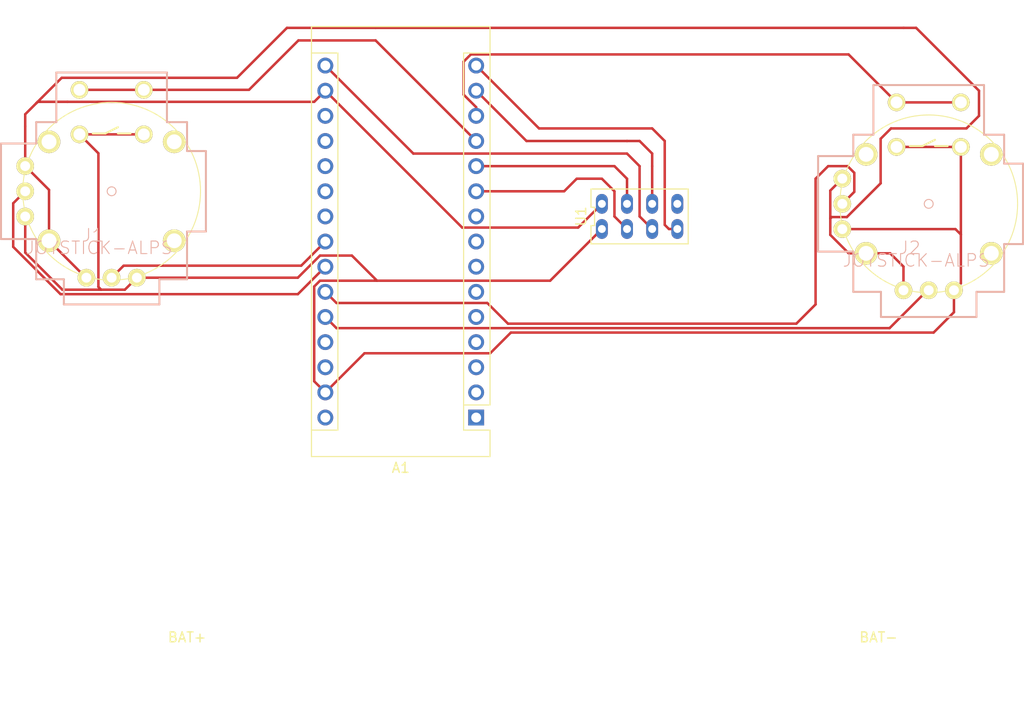
<source format=kicad_pcb>
(kicad_pcb (version 20171130) (host pcbnew 5.1.6-c6e7f7d~87~ubuntu18.04.1)

  (general
    (thickness 1.6)
    (drawings 0)
    (tracks 130)
    (zones 0)
    (modules 6)
    (nets 32)
  )

  (page A4)
  (layers
    (0 F.Cu signal)
    (31 B.Cu signal)
    (32 B.Adhes user)
    (33 F.Adhes user)
    (34 B.Paste user)
    (35 F.Paste user)
    (36 B.SilkS user)
    (37 F.SilkS user)
    (38 B.Mask user)
    (39 F.Mask user)
    (40 Dwgs.User user)
    (41 Cmts.User user)
    (42 Eco1.User user)
    (43 Eco2.User user)
    (44 Edge.Cuts user)
    (45 Margin user)
    (46 B.CrtYd user)
    (47 F.CrtYd user)
    (48 B.Fab user)
    (49 F.Fab user)
  )

  (setup
    (last_trace_width 0.25)
    (trace_clearance 0.2)
    (zone_clearance 0.508)
    (zone_45_only no)
    (trace_min 0.2)
    (via_size 0.8)
    (via_drill 0.4)
    (via_min_size 0.4)
    (via_min_drill 0.3)
    (uvia_size 0.3)
    (uvia_drill 0.1)
    (uvias_allowed no)
    (uvia_min_size 0.2)
    (uvia_min_drill 0.1)
    (edge_width 0.05)
    (segment_width 0.2)
    (pcb_text_width 0.3)
    (pcb_text_size 1.5 1.5)
    (mod_edge_width 0.12)
    (mod_text_size 1 1)
    (mod_text_width 0.15)
    (pad_size 1.778 1.778)
    (pad_drill 1.2)
    (pad_to_mask_clearance 0.05)
    (aux_axis_origin 0 0)
    (visible_elements FFFFFF7F)
    (pcbplotparams
      (layerselection 0x010fc_ffffffff)
      (usegerberextensions false)
      (usegerberattributes true)
      (usegerberadvancedattributes true)
      (creategerberjobfile true)
      (excludeedgelayer true)
      (linewidth 0.100000)
      (plotframeref false)
      (viasonmask false)
      (mode 1)
      (useauxorigin false)
      (hpglpennumber 1)
      (hpglpenspeed 20)
      (hpglpendiameter 15.000000)
      (psnegative false)
      (psa4output false)
      (plotreference true)
      (plotvalue true)
      (plotinvisibletext false)
      (padsonsilk false)
      (subtractmaskfromsilk false)
      (outputformat 1)
      (mirror false)
      (drillshape 1)
      (scaleselection 1)
      (outputdirectory ""))
  )

  (net 0 "")
  (net 1 "Net-(A1-Pad16)")
  (net 2 "Net-(A1-Pad15)")
  (net 3 "Net-(A1-Pad30)")
  (net 4 "Net-(A1-Pad14)")
  (net 5 "Net-(A1-Pad29)")
  (net 6 "Net-(A1-Pad13)")
  (net 7 "Net-(A1-Pad28)")
  (net 8 "Net-(A1-Pad12)")
  (net 9 "Net-(A1-Pad27)")
  (net 10 "Net-(A1-Pad11)")
  (net 11 "Net-(A1-Pad26)")
  (net 12 "Net-(A1-Pad10)")
  (net 13 "Net-(A1-Pad25)")
  (net 14 "Net-(A1-Pad9)")
  (net 15 "Net-(A1-Pad24)")
  (net 16 "Net-(A1-Pad8)")
  (net 17 "Net-(A1-Pad23)")
  (net 18 "Net-(A1-Pad7)")
  (net 19 "Net-(A1-Pad22)")
  (net 20 "Net-(A1-Pad6)")
  (net 21 "Net-(A1-Pad21)")
  (net 22 "Net-(A1-Pad5)")
  (net 23 "Net-(A1-Pad20)")
  (net 24 "Net-(A1-Pad4)")
  (net 25 "Net-(A1-Pad19)")
  (net 26 "Net-(A1-Pad3)")
  (net 27 "Net-(A1-Pad18)")
  (net 28 "Net-(A1-Pad2)")
  (net 29 "Net-(A1-Pad17)")
  (net 30 "Net-(A1-Pad1)")
  (net 31 "Net-(U1-Pad4)")

  (net_class Default "This is the default net class."
    (clearance 0.2)
    (trace_width 0.25)
    (via_dia 0.8)
    (via_drill 0.4)
    (uvia_dia 0.3)
    (uvia_drill 0.1)
    (add_net "Net-(A1-Pad1)")
    (add_net "Net-(A1-Pad10)")
    (add_net "Net-(A1-Pad11)")
    (add_net "Net-(A1-Pad12)")
    (add_net "Net-(A1-Pad13)")
    (add_net "Net-(A1-Pad14)")
    (add_net "Net-(A1-Pad15)")
    (add_net "Net-(A1-Pad16)")
    (add_net "Net-(A1-Pad17)")
    (add_net "Net-(A1-Pad18)")
    (add_net "Net-(A1-Pad19)")
    (add_net "Net-(A1-Pad2)")
    (add_net "Net-(A1-Pad20)")
    (add_net "Net-(A1-Pad21)")
    (add_net "Net-(A1-Pad22)")
    (add_net "Net-(A1-Pad23)")
    (add_net "Net-(A1-Pad24)")
    (add_net "Net-(A1-Pad25)")
    (add_net "Net-(A1-Pad26)")
    (add_net "Net-(A1-Pad27)")
    (add_net "Net-(A1-Pad28)")
    (add_net "Net-(A1-Pad29)")
    (add_net "Net-(A1-Pad3)")
    (add_net "Net-(A1-Pad30)")
    (add_net "Net-(A1-Pad4)")
    (add_net "Net-(A1-Pad5)")
    (add_net "Net-(A1-Pad6)")
    (add_net "Net-(A1-Pad7)")
    (add_net "Net-(A1-Pad8)")
    (add_net "Net-(A1-Pad9)")
    (add_net "Net-(U1-Pad4)")
  )

  (module MountingHole:MountingHole_2.1mm (layer F.Cu) (tedit 5B924765) (tstamp 5F6212AD)
    (at 78.74 157.48)
    (descr "Mounting Hole 2.1mm, no annular")
    (tags "mounting hole 2.1mm no annular")
    (attr virtual)
    (fp_text reference BAT+ (at 0 -3.2) (layer F.SilkS)
      (effects (font (size 1 1) (thickness 0.15)))
    )
    (fp_text value MountingHole_2.1mm (at 0 3.2) (layer F.Fab)
      (effects (font (size 1 1) (thickness 0.15)))
    )
    (fp_text user %R (at 0.3 0) (layer F.Fab)
      (effects (font (size 1 1) (thickness 0.15)))
    )
    (fp_circle (center 0 0) (end 2.1 0) (layer Cmts.User) (width 0.15))
    (fp_circle (center 0 0) (end 2.35 0) (layer F.CrtYd) (width 0.05))
    (pad "" np_thru_hole circle (at 0 0) (size 2.1 2.1) (drill 2.1) (layers *.Cu *.Mask))
  )

  (module MountingHole:MountingHole_2.1mm (layer F.Cu) (tedit 5B924765) (tstamp 5F621297)
    (at 148.59 157.48)
    (descr "Mounting Hole 2.1mm, no annular")
    (tags "mounting hole 2.1mm no annular")
    (attr virtual)
    (fp_text reference BAT- (at 0 -3.2) (layer F.SilkS)
      (effects (font (size 1 1) (thickness 0.15)))
    )
    (fp_text value MountingHole_2.1mm (at 0 3.2) (layer F.Fab)
      (effects (font (size 1 1) (thickness 0.15)))
    )
    (fp_text user %R (at 0.3 0) (layer F.Fab)
      (effects (font (size 1 1) (thickness 0.15)))
    )
    (fp_circle (center 0 0) (end 2.1 0) (layer Cmts.User) (width 0.15))
    (fp_circle (center 0 0) (end 2.35 0) (layer F.CrtYd) (width 0.05))
    (pad "" np_thru_hole circle (at 0 0) (size 2.1 2.1) (drill 2.1) (layers *.Cu *.Mask))
  )

  (module cad-parts:JOYSTICK-ALPS (layer F.Cu) (tedit 5F508F32) (tstamp 5F50F288)
    (at 71.12 109.22)
    (path /5F50A4B2)
    (attr virtual)
    (fp_text reference J1 (at -1.905 4.445) (layer B.SilkS)
      (effects (font (size 1.27 1.27) (thickness 0.1016)))
    )
    (fp_text value JOYSTICK-ALPS (at -1.27 5.715) (layer B.SilkS)
      (effects (font (size 1.27 1.27) (thickness 0.1016)))
    )
    (fp_line (start 5.588 -12) (end -5.588 -12) (layer B.SilkS) (width 0.2032))
    (fp_line (start 4.826 11.43) (end -4.826 11.43) (layer B.SilkS) (width 0.2032))
    (fp_line (start 4.826 11.43) (end 4.826 8.89) (layer B.SilkS) (width 0.2032))
    (fp_line (start -4.826 11.43) (end -4.826 8.89) (layer B.SilkS) (width 0.2032))
    (fp_line (start 4.826 8.89) (end 7.62 8.89) (layer B.SilkS) (width 0.2032))
    (fp_line (start -4.826 8.89) (end -7.62 8.89) (layer B.SilkS) (width 0.2032))
    (fp_line (start 9.525 -4.064) (end 9.525 4.064) (layer B.SilkS) (width 0.2032))
    (fp_line (start 7.62 -4.064) (end 7.62 -6.985) (layer B.SilkS) (width 0.2032))
    (fp_line (start 7.62 4.064) (end 7.62 8.89) (layer B.SilkS) (width 0.2032))
    (fp_line (start 7.62 -4.064) (end 9.525 -4.064) (layer B.SilkS) (width 0.2032))
    (fp_line (start 7.62 4.064) (end 9.525 4.064) (layer B.SilkS) (width 0.2032))
    (fp_line (start 7.62 -6.985) (end 5.588 -6.985) (layer B.SilkS) (width 0.2032))
    (fp_line (start -5.588 -6.985) (end -7.62 -6.985) (layer B.SilkS) (width 0.2032))
    (fp_line (start 5.588 -12) (end 5.588 -6.985) (layer B.SilkS) (width 0.2032))
    (fp_line (start -5.588 -12) (end -5.588 -6.985) (layer B.SilkS) (width 0.2032))
    (fp_line (start -7.62 -4.826) (end -11.176 -4.826) (layer B.SilkS) (width 0.2032))
    (fp_line (start -7.62 4.826) (end -11.176 4.826) (layer B.SilkS) (width 0.2032))
    (fp_line (start -11.176 -4.826) (end -11.176 4.826) (layer B.SilkS) (width 0.2032))
    (fp_line (start -7.62 -4.826) (end -7.62 -6.985) (layer B.SilkS) (width 0.2032))
    (fp_line (start -7.62 4.826) (end -7.62 8.89) (layer B.SilkS) (width 0.2032))
    (fp_line (start -1.905 -5.84) (end -0.635 -5.84) (layer F.SilkS) (width 0.2032))
    (fp_line (start -0.635 -5.84) (end 0.635 -6.475) (layer F.SilkS) (width 0.2032))
    (fp_line (start 0.635 -5.84) (end 1.905 -5.84) (layer F.SilkS) (width 0.2032))
    (fp_circle (center 0 0) (end -0.3175 0.3175) (layer B.SilkS) (width 0.1016))
    (fp_circle (center 0 0) (end -6.35 6.35) (layer F.SilkS) (width 0.1016))
    (pad 4 thru_hole circle (at -8.73 2.55) (size 1.778 1.778) (drill 1) (layers *.Cu F.Paste F.SilkS F.Mask)
      (net 5 "Net-(A1-Pad29)"))
    (pad 1 thru_hole circle (at -8.73 0) (size 1.778 1.778) (drill 1) (layers *.Cu F.Paste F.SilkS F.Mask)
      (net 15 "Net-(A1-Pad24)"))
    (pad 0 thru_hole circle (at -8.732 -2.55) (size 1.778 1.778) (drill 1) (layers *.Cu F.Paste F.SilkS F.Mask)
      (net 29 "Net-(A1-Pad17)"))
    (pad MOUN thru_hole circle (at 6.325 -5) (size 2.286 2.286) (drill 1.5) (layers *.Cu F.Paste F.SilkS F.Mask))
    (pad MOUN thru_hole circle (at 6.325 5) (size 2.286 2.286) (drill 1.5) (layers *.Cu F.Paste F.SilkS F.Mask))
    (pad 0 thru_hole circle (at -6.325 5) (size 2.286 2.286) (drill 1.5) (layers *.Cu F.Paste F.SilkS F.Mask)
      (net 29 "Net-(A1-Pad17)"))
    (pad MOUN thru_hole circle (at -6.325 -5) (size 2.286 2.286) (drill 1.5) (layers *.Cu F.Paste F.SilkS F.Mask))
    (pad 4 thru_hole circle (at 2.55 8.73) (size 1.778 1.778) (drill 1) (layers *.Cu F.Paste F.SilkS F.Mask)
      (net 5 "Net-(A1-Pad29)"))
    (pad 2 thru_hole circle (at 0 8.73) (size 1.778 1.778) (drill 1) (layers *.Cu F.Paste F.SilkS F.Mask)
      (net 17 "Net-(A1-Pad23)"))
    (pad 0 thru_hole circle (at -2.55 8.73) (size 1.778 1.778) (drill 1) (layers *.Cu F.Paste F.SilkS F.Mask)
      (net 29 "Net-(A1-Pad17)"))
    (pad 4 thru_hole circle (at 3.25 -5.75) (size 1.778 1.778) (drill 1.2) (layers *.Cu F.Paste F.SilkS F.Mask)
      (net 5 "Net-(A1-Pad29)"))
    (pad 4 thru_hole circle (at -3.25 -5.75) (size 1.778 1.778) (drill 1.2) (layers *.Cu F.Paste F.SilkS F.Mask)
      (net 5 "Net-(A1-Pad29)"))
    (pad 3 thru_hole circle (at 3.25 -10.25) (size 1.778 1.778) (drill 1.2) (layers *.Cu F.Paste F.SilkS F.Mask)
      (net 8 "Net-(A1-Pad12)"))
    (pad 3 thru_hole circle (at -3.25 -10.25) (size 1.778 1.778) (drill 1.2) (layers *.Cu F.Paste F.SilkS F.Mask)
      (net 8 "Net-(A1-Pad12)"))
  )

  (module Module:Arduino_Nano (layer F.Cu) (tedit 58ACAF70) (tstamp 5F50ECE2)
    (at 107.95 132.08 180)
    (descr "Arduino Nano, http://www.mouser.com/pdfdocs/Gravitech_Arduino_Nano3_0.pdf")
    (tags "Arduino Nano")
    (path /5F50914A)
    (fp_text reference A1 (at 7.62 -5.08) (layer F.SilkS)
      (effects (font (size 1 1) (thickness 0.15)))
    )
    (fp_text value Arduino_Nano_v2.x (at 8.89 19.05 90) (layer F.Fab)
      (effects (font (size 1 1) (thickness 0.15)))
    )
    (fp_line (start 16.75 42.16) (end -1.53 42.16) (layer F.CrtYd) (width 0.05))
    (fp_line (start 16.75 42.16) (end 16.75 -4.06) (layer F.CrtYd) (width 0.05))
    (fp_line (start -1.53 -4.06) (end -1.53 42.16) (layer F.CrtYd) (width 0.05))
    (fp_line (start -1.53 -4.06) (end 16.75 -4.06) (layer F.CrtYd) (width 0.05))
    (fp_line (start 16.51 -3.81) (end 16.51 39.37) (layer F.Fab) (width 0.1))
    (fp_line (start 0 -3.81) (end 16.51 -3.81) (layer F.Fab) (width 0.1))
    (fp_line (start -1.27 -2.54) (end 0 -3.81) (layer F.Fab) (width 0.1))
    (fp_line (start -1.27 39.37) (end -1.27 -2.54) (layer F.Fab) (width 0.1))
    (fp_line (start 16.51 39.37) (end -1.27 39.37) (layer F.Fab) (width 0.1))
    (fp_line (start 16.64 -3.94) (end -1.4 -3.94) (layer F.SilkS) (width 0.12))
    (fp_line (start 16.64 39.5) (end 16.64 -3.94) (layer F.SilkS) (width 0.12))
    (fp_line (start -1.4 39.5) (end 16.64 39.5) (layer F.SilkS) (width 0.12))
    (fp_line (start 3.81 41.91) (end 3.81 31.75) (layer F.Fab) (width 0.1))
    (fp_line (start 11.43 41.91) (end 3.81 41.91) (layer F.Fab) (width 0.1))
    (fp_line (start 11.43 31.75) (end 11.43 41.91) (layer F.Fab) (width 0.1))
    (fp_line (start 3.81 31.75) (end 11.43 31.75) (layer F.Fab) (width 0.1))
    (fp_line (start 1.27 36.83) (end -1.4 36.83) (layer F.SilkS) (width 0.12))
    (fp_line (start 1.27 1.27) (end 1.27 36.83) (layer F.SilkS) (width 0.12))
    (fp_line (start 1.27 1.27) (end -1.4 1.27) (layer F.SilkS) (width 0.12))
    (fp_line (start 13.97 36.83) (end 16.64 36.83) (layer F.SilkS) (width 0.12))
    (fp_line (start 13.97 -1.27) (end 13.97 36.83) (layer F.SilkS) (width 0.12))
    (fp_line (start 13.97 -1.27) (end 16.64 -1.27) (layer F.SilkS) (width 0.12))
    (fp_line (start -1.4 -3.94) (end -1.4 -1.27) (layer F.SilkS) (width 0.12))
    (fp_line (start -1.4 1.27) (end -1.4 39.5) (layer F.SilkS) (width 0.12))
    (fp_line (start 1.27 -1.27) (end -1.4 -1.27) (layer F.SilkS) (width 0.12))
    (fp_line (start 1.27 1.27) (end 1.27 -1.27) (layer F.SilkS) (width 0.12))
    (fp_text user %R (at 6.35 19.05 90) (layer F.Fab)
      (effects (font (size 1 1) (thickness 0.15)))
    )
    (pad 16 thru_hole oval (at 15.24 35.56 180) (size 1.6 1.6) (drill 1) (layers *.Cu *.Mask)
      (net 1 "Net-(A1-Pad16)"))
    (pad 15 thru_hole oval (at 0 35.56 180) (size 1.6 1.6) (drill 1) (layers *.Cu *.Mask)
      (net 2 "Net-(A1-Pad15)"))
    (pad 30 thru_hole oval (at 15.24 0 180) (size 1.6 1.6) (drill 1) (layers *.Cu *.Mask)
      (net 3 "Net-(A1-Pad30)"))
    (pad 14 thru_hole oval (at 0 33.02 180) (size 1.6 1.6) (drill 1) (layers *.Cu *.Mask)
      (net 4 "Net-(A1-Pad14)"))
    (pad 29 thru_hole oval (at 15.24 2.54 180) (size 1.6 1.6) (drill 1) (layers *.Cu *.Mask)
      (net 5 "Net-(A1-Pad29)"))
    (pad 13 thru_hole oval (at 0 30.48 180) (size 1.6 1.6) (drill 1) (layers *.Cu *.Mask)
      (net 6 "Net-(A1-Pad13)"))
    (pad 28 thru_hole oval (at 15.24 5.08 180) (size 1.6 1.6) (drill 1) (layers *.Cu *.Mask)
      (net 7 "Net-(A1-Pad28)"))
    (pad 12 thru_hole oval (at 0 27.94 180) (size 1.6 1.6) (drill 1) (layers *.Cu *.Mask)
      (net 8 "Net-(A1-Pad12)"))
    (pad 27 thru_hole oval (at 15.24 7.62 180) (size 1.6 1.6) (drill 1) (layers *.Cu *.Mask)
      (net 9 "Net-(A1-Pad27)"))
    (pad 11 thru_hole oval (at 0 25.4 180) (size 1.6 1.6) (drill 1) (layers *.Cu *.Mask)
      (net 10 "Net-(A1-Pad11)"))
    (pad 26 thru_hole oval (at 15.24 10.16 180) (size 1.6 1.6) (drill 1) (layers *.Cu *.Mask)
      (net 11 "Net-(A1-Pad26)"))
    (pad 10 thru_hole oval (at 0 22.86 180) (size 1.6 1.6) (drill 1) (layers *.Cu *.Mask)
      (net 12 "Net-(A1-Pad10)"))
    (pad 25 thru_hole oval (at 15.24 12.7 180) (size 1.6 1.6) (drill 1) (layers *.Cu *.Mask)
      (net 13 "Net-(A1-Pad25)"))
    (pad 9 thru_hole oval (at 0 20.32 180) (size 1.6 1.6) (drill 1) (layers *.Cu *.Mask)
      (net 14 "Net-(A1-Pad9)"))
    (pad 24 thru_hole oval (at 15.24 15.24 180) (size 1.6 1.6) (drill 1) (layers *.Cu *.Mask)
      (net 15 "Net-(A1-Pad24)"))
    (pad 8 thru_hole oval (at 0 17.78 180) (size 1.6 1.6) (drill 1) (layers *.Cu *.Mask)
      (net 16 "Net-(A1-Pad8)"))
    (pad 23 thru_hole oval (at 15.24 17.78 180) (size 1.6 1.6) (drill 1) (layers *.Cu *.Mask)
      (net 17 "Net-(A1-Pad23)"))
    (pad 7 thru_hole oval (at 0 15.24 180) (size 1.6 1.6) (drill 1) (layers *.Cu *.Mask)
      (net 18 "Net-(A1-Pad7)"))
    (pad 22 thru_hole oval (at 15.24 20.32 180) (size 1.6 1.6) (drill 1) (layers *.Cu *.Mask)
      (net 19 "Net-(A1-Pad22)"))
    (pad 6 thru_hole oval (at 0 12.7 180) (size 1.6 1.6) (drill 1) (layers *.Cu *.Mask)
      (net 20 "Net-(A1-Pad6)"))
    (pad 21 thru_hole oval (at 15.24 22.86 180) (size 1.6 1.6) (drill 1) (layers *.Cu *.Mask)
      (net 21 "Net-(A1-Pad21)"))
    (pad 5 thru_hole oval (at 0 10.16 180) (size 1.6 1.6) (drill 1) (layers *.Cu *.Mask)
      (net 22 "Net-(A1-Pad5)"))
    (pad 20 thru_hole oval (at 15.24 25.4 180) (size 1.6 1.6) (drill 1) (layers *.Cu *.Mask)
      (net 23 "Net-(A1-Pad20)"))
    (pad 4 thru_hole oval (at 0 7.62 180) (size 1.6 1.6) (drill 1) (layers *.Cu *.Mask)
      (net 24 "Net-(A1-Pad4)"))
    (pad 19 thru_hole oval (at 15.24 27.94 180) (size 1.6 1.6) (drill 1) (layers *.Cu *.Mask)
      (net 25 "Net-(A1-Pad19)"))
    (pad 3 thru_hole oval (at 0 5.08 180) (size 1.6 1.6) (drill 1) (layers *.Cu *.Mask)
      (net 26 "Net-(A1-Pad3)"))
    (pad 18 thru_hole oval (at 15.24 30.48 180) (size 1.6 1.6) (drill 1) (layers *.Cu *.Mask)
      (net 27 "Net-(A1-Pad18)"))
    (pad 2 thru_hole oval (at 0 2.54 180) (size 1.6 1.6) (drill 1) (layers *.Cu *.Mask)
      (net 28 "Net-(A1-Pad2)"))
    (pad 17 thru_hole oval (at 15.24 33.02 180) (size 1.6 1.6) (drill 1) (layers *.Cu *.Mask)
      (net 29 "Net-(A1-Pad17)"))
    (pad 1 thru_hole rect (at 0 0 180) (size 1.6 1.6) (drill 1) (layers *.Cu *.Mask)
      (net 30 "Net-(A1-Pad1)"))
    (model ${KISYS3DMOD}/Module.3dshapes/Arduino_Nano_WithMountingHoles.wrl
      (at (xyz 0 0 0))
      (scale (xyz 1 1 1))
      (rotate (xyz 0 0 0))
    )
  )

  (module cad-parts:JOYSTICK-ALPS (layer F.Cu) (tedit 5F51AB0B) (tstamp 5F51ACDE)
    (at 153.67 110.49)
    (path /5F510B0B)
    (attr virtual)
    (fp_text reference J2 (at -1.905 4.445) (layer B.SilkS)
      (effects (font (size 1.27 1.27) (thickness 0.1016)))
    )
    (fp_text value JOYSTICK-ALPS (at -1.27 5.715) (layer B.SilkS)
      (effects (font (size 1.27 1.27) (thickness 0.1016)))
    )
    (fp_line (start 5.588 -12) (end -5.588 -12) (layer B.SilkS) (width 0.2032))
    (fp_line (start 4.826 11.43) (end -4.826 11.43) (layer B.SilkS) (width 0.2032))
    (fp_line (start 4.826 11.43) (end 4.826 8.89) (layer B.SilkS) (width 0.2032))
    (fp_line (start -4.826 11.43) (end -4.826 8.89) (layer B.SilkS) (width 0.2032))
    (fp_line (start 4.826 8.89) (end 7.62 8.89) (layer B.SilkS) (width 0.2032))
    (fp_line (start -4.826 8.89) (end -7.62 8.89) (layer B.SilkS) (width 0.2032))
    (fp_line (start 9.525 -4.064) (end 9.525 4.064) (layer B.SilkS) (width 0.2032))
    (fp_line (start 7.62 -4.064) (end 7.62 -6.985) (layer B.SilkS) (width 0.2032))
    (fp_line (start 7.62 4.064) (end 7.62 8.89) (layer B.SilkS) (width 0.2032))
    (fp_line (start 7.62 -4.064) (end 9.525 -4.064) (layer B.SilkS) (width 0.2032))
    (fp_line (start 7.62 4.064) (end 9.525 4.064) (layer B.SilkS) (width 0.2032))
    (fp_line (start 7.62 -6.985) (end 5.588 -6.985) (layer B.SilkS) (width 0.2032))
    (fp_line (start -5.588 -6.985) (end -7.62 -6.985) (layer B.SilkS) (width 0.2032))
    (fp_line (start 5.588 -12) (end 5.588 -6.985) (layer B.SilkS) (width 0.2032))
    (fp_line (start -5.588 -12) (end -5.588 -6.985) (layer B.SilkS) (width 0.2032))
    (fp_line (start -7.62 -4.826) (end -11.176 -4.826) (layer B.SilkS) (width 0.2032))
    (fp_line (start -7.62 4.826) (end -11.176 4.826) (layer B.SilkS) (width 0.2032))
    (fp_line (start -11.176 -4.826) (end -11.176 4.826) (layer B.SilkS) (width 0.2032))
    (fp_line (start -7.62 -4.826) (end -7.62 -6.985) (layer B.SilkS) (width 0.2032))
    (fp_line (start -7.62 4.826) (end -7.62 8.89) (layer B.SilkS) (width 0.2032))
    (fp_line (start -1.905 -5.84) (end -0.635 -5.84) (layer F.SilkS) (width 0.2032))
    (fp_line (start -0.635 -5.84) (end 0.635 -6.475) (layer F.SilkS) (width 0.2032))
    (fp_line (start 0.635 -5.84) (end 1.905 -5.84) (layer F.SilkS) (width 0.2032))
    (fp_circle (center 0 0) (end -0.3175 0.3175) (layer B.SilkS) (width 0.1016))
    (fp_circle (center 0 0) (end -6.35 6.35) (layer F.SilkS) (width 0.1016))
    (pad 4 thru_hole circle (at -8.73 2.55) (size 1.778 1.778) (drill 1) (layers *.Cu F.Paste F.SilkS F.Mask)
      (net 5 "Net-(A1-Pad29)"))
    (pad 1 thru_hole circle (at -8.73 0) (size 1.778 1.778) (drill 1) (layers *.Cu F.Paste F.SilkS F.Mask)
      (net 13 "Net-(A1-Pad25)"))
    (pad 0 thru_hole circle (at -8.732 -2.55) (size 1.778 1.778) (drill 1) (layers *.Cu F.Paste F.SilkS F.Mask)
      (net 29 "Net-(A1-Pad17)"))
    (pad MOUN thru_hole circle (at 6.325 -5) (size 2.286 2.286) (drill 1.5) (layers *.Cu F.Paste F.SilkS F.Mask))
    (pad MOUN thru_hole circle (at 6.325 5) (size 2.286 2.286) (drill 1.5) (layers *.Cu F.Paste F.SilkS F.Mask))
    (pad 0 thru_hole circle (at -6.325 5) (size 2.286 2.286) (drill 1.5) (layers *.Cu F.Paste F.SilkS F.Mask)
      (net 29 "Net-(A1-Pad17)"))
    (pad MOUN thru_hole circle (at -6.325 -5) (size 2.286 2.286) (drill 1.5) (layers *.Cu F.Paste F.SilkS F.Mask))
    (pad 4 thru_hole circle (at 2.55 8.73) (size 1.778 1.778) (drill 1) (layers *.Cu F.Paste F.SilkS F.Mask)
      (net 5 "Net-(A1-Pad29)"))
    (pad 2 thru_hole circle (at 0 8.73) (size 1.778 1.778) (drill 1) (layers *.Cu F.Paste F.SilkS F.Mask)
      (net 11 "Net-(A1-Pad26)"))
    (pad 0 thru_hole circle (at -2.55 8.73) (size 1.778 1.778) (drill 1) (layers *.Cu F.Paste F.SilkS F.Mask)
      (net 29 "Net-(A1-Pad17)"))
    (pad 4 thru_hole circle (at 3.25 -5.75) (size 1.778 1.778) (drill 1.2) (layers *.Cu F.Paste F.SilkS F.Mask)
      (net 5 "Net-(A1-Pad29)"))
    (pad 4 thru_hole circle (at -3.25 -5.75) (size 1.778 1.778) (drill 1.2) (layers *.Cu F.Paste F.SilkS F.Mask)
      (net 5 "Net-(A1-Pad29)"))
    (pad 3 thru_hole circle (at 3.25 -10.25) (size 1.778 1.778) (drill 1.2) (layers *.Cu F.Paste F.SilkS F.Mask)
      (net 6 "Net-(A1-Pad13)"))
    (pad 3 thru_hole circle (at -3.25 -10.25) (size 1.778 1.778) (drill 1.2) (layers *.Cu F.Paste F.SilkS F.Mask)
      (net 6 "Net-(A1-Pad13)"))
  )

  (module cad-parts:nRF24 (layer F.Cu) (tedit 5F508F62) (tstamp 5F50F07A)
    (at 124.46 111.76)
    (path /5F508671)
    (fp_text reference U1 (at -5.91 0 90) (layer F.SilkS)
      (effects (font (size 1 1) (thickness 0.15)))
    )
    (fp_text value nRF24 (at 0 -3.81) (layer F.Fab)
      (effects (font (size 1 1) (thickness 0.15)))
    )
    (fp_line (start -4.66 2.52) (end -4.66 -2.52) (layer F.CrtYd) (width 0.05))
    (fp_line (start 4.66 2.52) (end -4.66 2.52) (layer F.CrtYd) (width 0.05))
    (fp_line (start 4.66 -2.52) (end 4.66 2.52) (layer F.CrtYd) (width 0.05))
    (fp_line (start -4.66 -2.52) (end 4.66 -2.52) (layer F.CrtYd) (width 0.05))
    (fp_line (start -4.91 0.923333) (end -4.91 2.769999) (layer F.SilkS) (width 0.12))
    (fp_line (start -4.55 0.923333) (end -4.91 0.923333) (layer F.SilkS) (width 0.12))
    (fp_line (start -4.55 -0.923333) (end -4.55 0.923333) (layer F.SilkS) (width 0.12))
    (fp_line (start -4.91 -0.923333) (end -4.55 -0.923333) (layer F.SilkS) (width 0.12))
    (fp_line (start -4.91 -2.77) (end -4.91 -0.923333) (layer F.SilkS) (width 0.12))
    (fp_line (start 4.91 -2.769999) (end -4.91 -2.77) (layer F.SilkS) (width 0.12))
    (fp_line (start 4.91 2.77) (end 4.91 -2.769999) (layer F.SilkS) (width 0.12))
    (fp_line (start -4.91 2.769999) (end 4.91 2.77) (layer F.SilkS) (width 0.12))
    (pad 3 thru_hole oval (at 3.81 1.27) (size 1.2 2) (drill 0.8) (layers *.Cu *.Mask)
      (net 2 "Net-(A1-Pad15)"))
    (pad 4 thru_hole oval (at 3.81 -1.27) (size 1.2 2) (drill 0.8) (layers *.Cu *.Mask)
      (net 31 "Net-(U1-Pad4)"))
    (pad 2 thru_hole oval (at 1.27 1.27) (size 1.2 2) (drill 0.8) (layers *.Cu *.Mask)
      (net 1 "Net-(A1-Pad16)"))
    (pad 5 thru_hole oval (at 1.27 -1.27) (size 1.2 2) (drill 0.8) (layers *.Cu *.Mask)
      (net 4 "Net-(A1-Pad14)"))
    (pad 1 thru_hole oval (at -1.27 1.27) (size 1.2 2) (drill 0.8) (layers *.Cu *.Mask)
      (net 12 "Net-(A1-Pad10)"))
    (pad 6 thru_hole oval (at -1.27 -1.27) (size 1.2 2) (drill 0.8) (layers *.Cu *.Mask)
      (net 10 "Net-(A1-Pad11)"))
    (pad 0 thru_hole oval (at -3.81 1.27) (size 1.2 2) (drill 0.8) (layers *.Cu *.Mask)
      (net 5 "Net-(A1-Pad29)"))
    (pad 7 thru_hole oval (at -3.81 -1.27) (size 1.2 2) (drill 0.8) (layers *.Cu *.Mask)
      (net 29 "Net-(A1-Pad17)"))
  )

  (segment (start 125.73 113.03) (end 124.46 111.76) (width 0.25) (layer F.Cu) (net 1))
  (segment (start 124.46 111.76) (end 124.46 106.68) (width 0.25) (layer F.Cu) (net 1))
  (segment (start 92.71 96.52) (end 101.6 105.41) (width 0.25) (layer F.Cu) (net 1))
  (segment (start 101.6 105.41) (end 123.19 105.41) (width 0.25) (layer F.Cu) (net 1))
  (segment (start 123.19 105.41) (end 124.46 106.68) (width 0.25) (layer F.Cu) (net 1))
  (segment (start 127.42 113.03) (end 127 112.61) (width 0.25) (layer F.Cu) (net 2))
  (segment (start 128.27 113.03) (end 127.42 113.03) (width 0.25) (layer F.Cu) (net 2))
  (segment (start 107.95 96.52) (end 114.3 102.87) (width 0.25) (layer F.Cu) (net 2))
  (segment (start 114.3 102.87) (end 125.73 102.87) (width 0.25) (layer F.Cu) (net 2))
  (segment (start 125.73 102.87) (end 127 104.14) (width 0.25) (layer F.Cu) (net 2))
  (segment (start 127 104.14) (end 127 112.61) (width 0.25) (layer F.Cu) (net 2))
  (segment (start 125.73 106.68) (end 125.73 110.49) (width 0.25) (layer F.Cu) (net 4))
  (segment (start 107.95 99.06) (end 113.03 104.14) (width 0.25) (layer F.Cu) (net 4))
  (segment (start 113.03 104.14) (end 123.19 104.14) (width 0.25) (layer F.Cu) (net 4))
  (segment (start 123.19 104.14) (end 124.46 104.14) (width 0.25) (layer F.Cu) (net 4))
  (segment (start 124.46 104.14) (end 125.73 105.41) (width 0.25) (layer F.Cu) (net 4))
  (segment (start 125.73 105.41) (end 125.73 106.68) (width 0.25) (layer F.Cu) (net 4))
  (segment (start 156.92 104.74) (end 150.42 104.74) (width 0.25) (layer F.Cu) (net 5))
  (segment (start 72.455999 119.164001) (end 73.67 117.95) (width 0.25) (layer F.Cu) (net 5))
  (segment (start 91.584999 128.414999) (end 92.71 129.54) (width 0.25) (layer F.Cu) (net 5))
  (segment (start 91.584999 118.839999) (end 91.584999 128.414999) (width 0.25) (layer F.Cu) (net 5))
  (segment (start 92.169999 118.254999) (end 91.584999 118.839999) (width 0.25) (layer F.Cu) (net 5))
  (segment (start 120.65 113.03) (end 115.425001 118.254999) (width 0.25) (layer F.Cu) (net 5))
  (segment (start 97.934999 118.254999) (end 92.169999 118.254999) (width 0.25) (layer F.Cu) (net 5))
  (segment (start 115.425001 118.254999) (end 97.934999 118.254999) (width 0.25) (layer F.Cu) (net 5))
  (segment (start 89.934998 117.95) (end 73.67 117.95) (width 0.25) (layer F.Cu) (net 5))
  (segment (start 92.169999 115.714999) (end 89.934998 117.95) (width 0.25) (layer F.Cu) (net 5))
  (segment (start 95.394999 115.714999) (end 92.169999 115.714999) (width 0.25) (layer F.Cu) (net 5))
  (segment (start 97.934999 118.254999) (end 95.394999 115.714999) (width 0.25) (layer F.Cu) (net 5))
  (segment (start 69.784001 118.882003) (end 70.065999 119.164001) (width 0.25) (layer F.Cu) (net 5))
  (segment (start 70.065999 119.164001) (end 72.455999 119.164001) (width 0.25) (layer F.Cu) (net 5))
  (segment (start 92.71 129.54) (end 96.664999 125.585001) (width 0.25) (layer F.Cu) (net 5))
  (segment (start 111.454989 123.495011) (end 154.162631 123.495011) (width 0.25) (layer F.Cu) (net 5))
  (segment (start 96.664999 125.585001) (end 109.364999 125.585001) (width 0.25) (layer F.Cu) (net 5))
  (segment (start 109.364999 125.585001) (end 111.454989 123.495011) (width 0.25) (layer F.Cu) (net 5))
  (segment (start 74.37 103.47) (end 67.87 103.47) (width 0.25) (layer F.Cu) (net 5))
  (segment (start 67.87 103.47) (end 69.784001 105.384001) (width 0.25) (layer F.Cu) (net 5))
  (segment (start 69.784001 105.384001) (end 69.784001 118.882003) (width 0.25) (layer F.Cu) (net 5))
  (segment (start 156.92 118.52) (end 156.22 119.22) (width 0.25) (layer F.Cu) (net 5))
  (segment (start 156.37 113.04) (end 156.92 113.59) (width 0.25) (layer F.Cu) (net 5))
  (segment (start 144.94 113.04) (end 156.37 113.04) (width 0.25) (layer F.Cu) (net 5))
  (segment (start 156.92 104.74) (end 156.92 113.59) (width 0.25) (layer F.Cu) (net 5))
  (segment (start 156.92 113.59) (end 156.92 118.52) (width 0.25) (layer F.Cu) (net 5))
  (segment (start 156.22 121.437642) (end 154.162631 123.495011) (width 0.25) (layer F.Cu) (net 5))
  (segment (start 156.22 119.22) (end 156.22 121.437642) (width 0.25) (layer F.Cu) (net 5))
  (segment (start 62.39 111.77) (end 62.39 115.41) (width 0.25) (layer F.Cu) (net 5))
  (segment (start 66.144001 119.164001) (end 70.065999 119.164001) (width 0.25) (layer F.Cu) (net 5))
  (segment (start 62.39 115.41) (end 66.144001 119.164001) (width 0.25) (layer F.Cu) (net 5))
  (segment (start 156.92 100.24) (end 150.42 100.24) (width 0.25) (layer F.Cu) (net 6))
  (segment (start 107.409999 95.394999) (end 106.68 96.124998) (width 0.25) (layer F.Cu) (net 6))
  (segment (start 145.574999 95.394999) (end 107.409999 95.394999) (width 0.25) (layer F.Cu) (net 6))
  (segment (start 150.42 100.24) (end 145.574999 95.394999) (width 0.25) (layer F.Cu) (net 6))
  (segment (start 106.68 99.455002) (end 107.95 100.725002) (width 0.25) (layer F.Cu) (net 6))
  (segment (start 107.95 100.725002) (end 107.95 101.6) (width 0.25) (layer F.Cu) (net 6))
  (segment (start 106.68 96.124998) (end 106.68 99.455002) (width 0.25) (layer F.Cu) (net 6))
  (segment (start 67.87 98.97) (end 74.37 98.97) (width 0.25) (layer F.Cu) (net 8))
  (segment (start 97.79 93.98) (end 107.95 104.14) (width 0.25) (layer F.Cu) (net 8))
  (segment (start 74.37 98.97) (end 85 98.97) (width 0.25) (layer F.Cu) (net 8))
  (segment (start 89.99 93.98) (end 97.79 93.98) (width 0.25) (layer F.Cu) (net 8))
  (segment (start 85 98.97) (end 89.99 93.98) (width 0.25) (layer F.Cu) (net 8))
  (segment (start 107.95 106.68) (end 121.92 106.68) (width 0.25) (layer F.Cu) (net 10))
  (segment (start 121.92 106.68) (end 123.19 107.95) (width 0.25) (layer F.Cu) (net 10))
  (segment (start 123.19 110.49) (end 123.19 107.95) (width 0.25) (layer F.Cu) (net 10))
  (segment (start 93.835001 123.045001) (end 149.715001 123.045001) (width 0.25) (layer F.Cu) (net 11))
  (segment (start 92.71 121.92) (end 93.835001 123.045001) (width 0.25) (layer F.Cu) (net 11))
  (segment (start 153.540002 119.22) (end 153.67 119.22) (width 0.25) (layer F.Cu) (net 11))
  (segment (start 149.715001 123.045001) (end 153.540002 119.22) (width 0.25) (layer F.Cu) (net 11))
  (segment (start 120.65 107.95) (end 118.11 107.95) (width 0.25) (layer F.Cu) (net 12))
  (segment (start 116.84 109.22) (end 107.95 109.22) (width 0.25) (layer F.Cu) (net 12))
  (segment (start 121.92 109.22) (end 120.65 107.95) (width 0.25) (layer F.Cu) (net 12))
  (segment (start 118.11 107.95) (end 116.84 109.22) (width 0.25) (layer F.Cu) (net 12))
  (segment (start 123.19 113.03) (end 121.92 111.76) (width 0.25) (layer F.Cu) (net 12))
  (segment (start 121.92 111.76) (end 121.92 109.22) (width 0.25) (layer F.Cu) (net 12))
  (segment (start 146.152001 107.357279) (end 145.474722 106.68) (width 0.25) (layer F.Cu) (net 13))
  (segment (start 146.152001 109.277999) (end 146.152001 107.357279) (width 0.25) (layer F.Cu) (net 13))
  (segment (start 144.94 110.49) (end 146.152001 109.277999) (width 0.25) (layer F.Cu) (net 13))
  (segment (start 142.24 120.65) (end 142.24 107.95) (width 0.25) (layer F.Cu) (net 13))
  (segment (start 142.24 107.95) (end 143.51 106.68) (width 0.25) (layer F.Cu) (net 13))
  (segment (start 140.295009 122.594991) (end 142.24 120.65) (width 0.25) (layer F.Cu) (net 13))
  (segment (start 145.474722 106.68) (end 143.51 106.68) (width 0.25) (layer F.Cu) (net 13))
  (segment (start 92.71 119.38) (end 93.835001 120.505001) (width 0.25) (layer F.Cu) (net 13))
  (segment (start 93.835001 120.505001) (end 109.075001 120.505001) (width 0.25) (layer F.Cu) (net 13))
  (segment (start 109.075001 120.505001) (end 111.164991 122.594991) (width 0.25) (layer F.Cu) (net 13))
  (segment (start 111.164991 122.594991) (end 140.295009 122.594991) (width 0.25) (layer F.Cu) (net 13))
  (segment (start 89.935989 119.614011) (end 92.71 116.84) (width 0.25) (layer F.Cu) (net 15))
  (segment (start 65.957601 119.614011) (end 89.935989 119.614011) (width 0.25) (layer F.Cu) (net 15))
  (segment (start 61.175999 110.434001) (end 61.175999 114.832409) (width 0.25) (layer F.Cu) (net 15))
  (segment (start 61.175999 114.832409) (end 65.957601 119.614011) (width 0.25) (layer F.Cu) (net 15))
  (segment (start 62.39 109.22) (end 61.175999 110.434001) (width 0.25) (layer F.Cu) (net 15))
  (segment (start 72.334001 116.735999) (end 71.12 117.95) (width 0.25) (layer F.Cu) (net 17))
  (segment (start 90.274001 116.735999) (end 72.334001 116.735999) (width 0.25) (layer F.Cu) (net 17))
  (segment (start 92.71 114.3) (end 90.274001 116.735999) (width 0.25) (layer F.Cu) (net 17))
  (segment (start 151.12 119.22) (end 151.12 116.83) (width 0.25) (layer F.Cu) (net 29))
  (segment (start 149.78 115.49) (end 147.345 115.49) (width 0.25) (layer F.Cu) (net 29))
  (segment (start 151.12 116.83) (end 149.78 115.49) (width 0.25) (layer F.Cu) (net 29))
  (segment (start 143.725999 109.152001) (end 144.938 107.94) (width 0.25) (layer F.Cu) (net 29))
  (segment (start 145.593278 115.49) (end 143.725999 113.622721) (width 0.25) (layer F.Cu) (net 29))
  (segment (start 147.345 115.49) (end 145.593278 115.49) (width 0.25) (layer F.Cu) (net 29))
  (segment (start 68.525 117.95) (end 68.57 117.95) (width 0.25) (layer F.Cu) (net 29))
  (segment (start 64.795 114.22) (end 68.525 117.95) (width 0.25) (layer F.Cu) (net 29))
  (segment (start 106.535001 112.885001) (end 92.71 99.06) (width 0.25) (layer F.Cu) (net 29))
  (segment (start 118.254999 112.885001) (end 106.535001 112.885001) (width 0.25) (layer F.Cu) (net 29))
  (segment (start 120.65 110.49) (end 118.254999 112.885001) (width 0.25) (layer F.Cu) (net 29))
  (segment (start 91.585999 100.184001) (end 92.71 99.06) (width 0.25) (layer F.Cu) (net 29))
  (segment (start 66.658357 100.184001) (end 91.585999 100.184001) (width 0.25) (layer F.Cu) (net 29))
  (segment (start 143.725999 113.622721) (end 143.725999 111.975999) (width 0.25) (layer F.Cu) (net 29))
  (segment (start 143.725999 111.975999) (end 143.725999 109.152001) (width 0.25) (layer F.Cu) (net 29))
  (segment (start 66.655999 100.181643) (end 66.658357 100.184001) (width 0.25) (layer F.Cu) (net 29))
  (segment (start 64.795 109.077) (end 62.388 106.67) (width 0.25) (layer F.Cu) (net 29))
  (segment (start 64.795 114.22) (end 64.795 109.077) (width 0.25) (layer F.Cu) (net 29))
  (segment (start 62.388 106.67) (end 62.388 102.655278) (width 0.25) (layer F.Cu) (net 29))
  (segment (start 62.388 102.655278) (end 62.388 101.442) (width 0.25) (layer F.Cu) (net 29))
  (segment (start 66.074001 97.755999) (end 83.785999 97.755999) (width 0.25) (layer F.Cu) (net 29))
  (segment (start 83.785999 97.755999) (end 88.831998 92.71) (width 0.25) (layer F.Cu) (net 29))
  (segment (start 88.831998 92.71) (end 97.79 92.71) (width 0.25) (layer F.Cu) (net 29))
  (segment (start 63.648357 100.181643) (end 63.5 100.33) (width 0.25) (layer F.Cu) (net 29))
  (segment (start 66.655999 100.181643) (end 63.648357 100.181643) (width 0.25) (layer F.Cu) (net 29))
  (segment (start 62.388 101.442) (end 63.5 100.33) (width 0.25) (layer F.Cu) (net 29))
  (segment (start 63.5 100.33) (end 66.074001 97.755999) (width 0.25) (layer F.Cu) (net 29))
  (segment (start 97.79 92.71) (end 151.13 92.71) (width 0.25) (layer F.Cu) (net 29))
  (segment (start 158.75 99.06) (end 152.4 92.71) (width 0.25) (layer F.Cu) (net 29))
  (segment (start 158.75 101.6) (end 158.75 99.06) (width 0.25) (layer F.Cu) (net 29))
  (segment (start 143.875999 111.825999) (end 145.400723 111.825999) (width 0.25) (layer F.Cu) (net 29))
  (segment (start 152.4 92.71) (end 151.13 92.71) (width 0.25) (layer F.Cu) (net 29))
  (segment (start 157.48 102.87) (end 158.75 101.6) (width 0.25) (layer F.Cu) (net 29))
  (segment (start 143.725999 111.975999) (end 143.875999 111.825999) (width 0.25) (layer F.Cu) (net 29))
  (segment (start 145.400723 111.825999) (end 148.813001 108.413721) (width 0.25) (layer F.Cu) (net 29))
  (segment (start 148.813001 108.413721) (end 148.813001 103.916999) (width 0.25) (layer F.Cu) (net 29))
  (segment (start 148.813001 103.916999) (end 149.86 102.87) (width 0.25) (layer F.Cu) (net 29))
  (segment (start 149.86 102.87) (end 157.48 102.87) (width 0.25) (layer F.Cu) (net 29))

)

</source>
